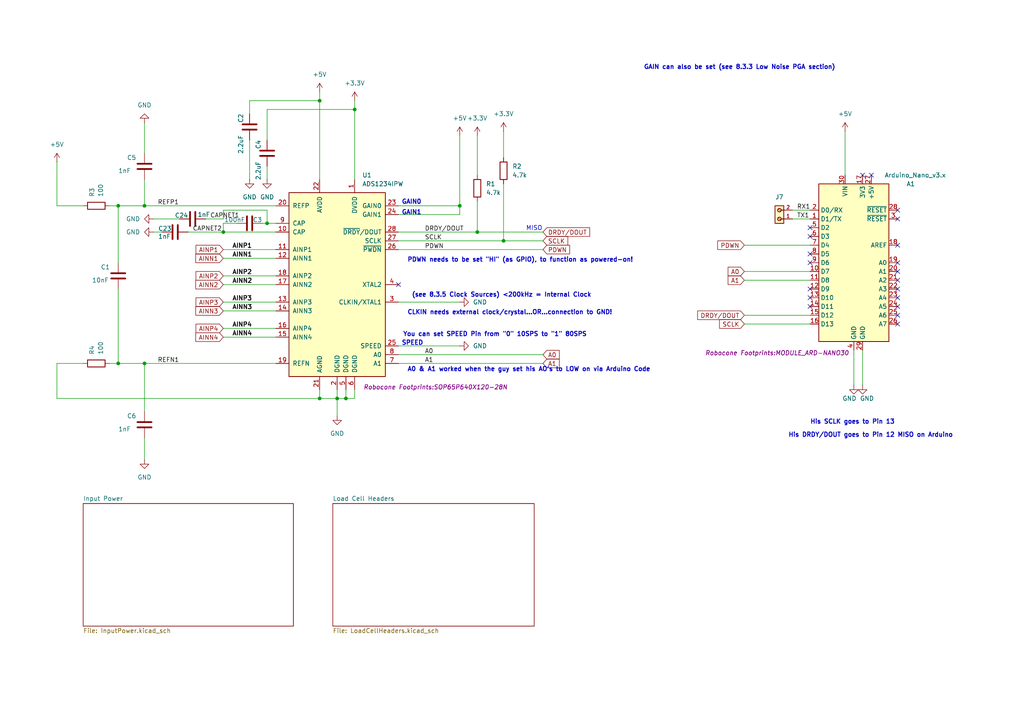
<source format=kicad_sch>
(kicad_sch (version 20231120) (generator "eeschema") (generator_version "8.0")
  (paper "A4")
  (lib_symbols
    (symbol "691210910002:691210910002" (pin_names (offset 1.016))
      (property "Reference" "J" (at -4.88 -0.922 0))
      (property "Value" "691210910002" (at -4.83 -2.58 0))
      (symbol "691210910002_0_0"
        (rectangle (start -3.81 -2.54) (end 1.27 0) (stroke (width 0.254)) (fill (type background)))
        (circle (center -2.54 -1.27) (radius 0.508) (stroke (width 0.254)))
        (circle (center 0 -1.27) (radius 0.508) (stroke (width 0.254)))
        (polyline (pts (xy -2.54 -1.778) (xy -2.54 -2.54)) (stroke (width 0.254)))
        (polyline (pts (xy -2.286 -1.016) (xy -2.794 -1.524)) (stroke (width 0.1524)))
        (polyline (pts (xy 0 -1.778) (xy 0 -2.54)) (stroke (width 0.254)))
        (polyline (pts (xy 0.254 -1.016) (xy -0.254 -1.524)) (stroke (width 0.1524)))
        (pin passive line (at -2.54 -5.08 90) (length 2.54) (name "~") (number "1"))
        (pin passive line (at 0 -5.08 90) (length 2.54) (name "~") (number "2"))
      )
    )
    (symbol "Analog_ADC:ADS1234IPW" (pin_names (offset 1.016))
      (property "Reference" "U" (at -11.43 25.4 0))
      (property "Value" "ADS1234IPW" (at 7.62 27.94 0))
      (symbol "ADS1234IPW_0_1"
        (rectangle (start -13.97 26.67) (end 13.97 -26.67) (stroke (width 0.254)) (fill (type background)))
      )
      (symbol "ADS1234IPW_1_1"
        (pin power_in line (at 5.08 30.48 270) (length 3.81) (name "DVDD") (number "1"))
        (pin passive line (at -17.78 15.24 0) (length 3.81) (name "CAP") (number "10"))
        (pin input line (at -17.78 10.16 0) (length 3.81) (name "AINP1") (number "11"))
        (pin input line (at -17.78 7.62 0) (length 3.81) (name "AINN1") (number "12"))
        (pin input line (at -17.78 -5.08 0) (length 3.81) (name "AINP3") (number "13"))
        (pin input line (at -17.78 -7.62 0) (length 3.81) (name "AINN3") (number "14"))
        (pin input line (at -17.78 -15.24 0) (length 3.81) (name "AINN4") (number "15"))
        (pin input line (at -17.78 -12.7 0) (length 3.81) (name "AINP4") (number "16"))
        (pin input line (at -17.78 0 0) (length 3.81) (name "AINN2") (number "17"))
        (pin input line (at -17.78 2.54 0) (length 3.81) (name "AINP2") (number "18"))
        (pin input line (at -17.78 -22.86 0) (length 3.81) (name "REFN") (number "19"))
        (pin power_in line (at 0 -30.48 90) (length 3.81) (name "DGND") (number "2"))
        (pin input line (at -17.78 22.86 0) (length 3.81) (name "REFP") (number "20"))
        (pin power_in line (at -5.08 -30.48 90) (length 3.81) (name "AGND") (number "21"))
        (pin power_in line (at -5.08 30.48 270) (length 3.81) (name "AVDD") (number "22"))
        (pin input line (at 17.78 22.86 180) (length 3.81) (name "GAIN0") (number "23"))
        (pin input line (at 17.78 20.32 180) (length 3.81) (name "GAIN1") (number "24"))
        (pin input line (at 17.78 -17.78 180) (length 3.81) (name "SPEED") (number "25"))
        (pin input line (at 17.78 10.16 180) (length 3.81) (name "~{PWDN}") (number "26"))
        (pin input line (at 17.78 12.7 180) (length 3.81) (name "SCLK") (number "27"))
        (pin output line (at 17.78 15.24 180) (length 3.81) (name "~{DRDY}/DOUT") (number "28"))
        (pin bidirectional line (at 17.78 -5.08 180) (length 3.81) (name "CLKIN/XTAL1") (number "3"))
        (pin bidirectional line (at 17.78 0 180) (length 3.81) (name "XTAL2") (number "4"))
        (pin power_in line (at 2.54 -30.48 90) (length 3.81) (name "DGND") (number "5"))
        (pin power_in line (at 5.08 -30.48 90) (length 3.81) (name "DGND") (number "6"))
        (pin input line (at 17.78 -22.86 180) (length 3.81) (name "A1") (number "7"))
        (pin input line (at 17.78 -20.32 180) (length 3.81) (name "A0") (number "8"))
        (pin passive line (at -17.78 17.78 0) (length 3.81) (name "CAP") (number "9"))
      )
    )
    (symbol "Device:C" (pin_numbers hide) (pin_names (offset 0.254))
      (property "Reference" "C" (at 0.635 2.54 0))
      (property "Value" "C" (at 0.635 -2.54 0))
      (symbol "C_0_1"
        (polyline (pts (xy -2.032 -0.762) (xy 2.032 -0.762)) (stroke (width 0.508)))
        (polyline (pts (xy -2.032 0.762) (xy 2.032 0.762)) (stroke (width 0.508)))
      )
      (symbol "C_1_1"
        (pin passive line (at 0 3.81 270) (length 2.794) (name "~") (number "1"))
        (pin passive line (at 0 -3.81 90) (length 2.794) (name "~") (number "2"))
      )
    )
    (symbol "Device:R" (pin_numbers hide) (pin_names (offset 0))
      (property "Reference" "R" (at 2.032 0 90))
      (property "Value" "R" (at 0 0 90))
      (symbol "R_0_1"
        (rectangle (start -1.016 -2.54) (end 1.016 2.54) (stroke (width 0.254)))
      )
      (symbol "R_1_1"
        (pin passive line (at 0 3.81 270) (length 1.27) (name "~") (number "1"))
        (pin passive line (at 0 -3.81 90) (length 1.27) (name "~") (number "2"))
      )
    )
    (symbol "MCU_Module:Arduino_Nano_v3.x"
      (property "Reference" "A" (at -10.16 23.495 0))
      (property "Value" "Arduino_Nano_v3.x" (at 5.08 -24.13 0))
      (symbol "Arduino_Nano_v3.x_0_1"
        (rectangle (start -10.16 22.86) (end 10.16 -22.86) (stroke (width 0.254)) (fill (type background)))
      )
      (symbol "Arduino_Nano_v3.x_1_1"
        (pin bidirectional line (at -12.7 12.7 0) (length 2.54) (name "D1/TX") (number "1"))
        (pin bidirectional line (at -12.7 -2.54 0) (length 2.54) (name "D7") (number "10"))
        (pin bidirectional line (at -12.7 -5.08 0) (length 2.54) (name "D8") (number "11"))
        (pin bidirectional line (at -12.7 -7.62 0) (length 2.54) (name "D9") (number "12"))
        (pin bidirectional line (at -12.7 -10.16 0) (length 2.54) (name "D10") (number "13"))
        (pin bidirectional line (at -12.7 -12.7 0) (length 2.54) (name "D11") (number "14"))
        (pin bidirectional line (at -12.7 -15.24 0) (length 2.54) (name "D12") (number "15"))
        (pin bidirectional line (at -12.7 -17.78 0) (length 2.54) (name "D13") (number "16"))
        (pin power_out line (at 2.54 25.4 270) (length 2.54) (name "3V3") (number "17"))
        (pin input line (at 12.7 5.08 180) (length 2.54) (name "AREF") (number "18"))
        (pin bidirectional line (at 12.7 0 180) (length 2.54) (name "A0") (number "19"))
        (pin bidirectional line (at -12.7 15.24 0) (length 2.54) (name "D0/RX") (number "2"))
        (pin bidirectional line (at 12.7 -2.54 180) (length 2.54) (name "A1") (number "20"))
        (pin bidirectional line (at 12.7 -5.08 180) (length 2.54) (name "A2") (number "21"))
        (pin bidirectional line (at 12.7 -7.62 180) (length 2.54) (name "A3") (number "22"))
        (pin bidirectional line (at 12.7 -10.16 180) (length 2.54) (name "A4") (number "23"))
        (pin bidirectional line (at 12.7 -12.7 180) (length 2.54) (name "A5") (number "24"))
        (pin bidirectional line (at 12.7 -15.24 180) (length 2.54) (name "A6") (number "25"))
        (pin bidirectional line (at 12.7 -17.78 180) (length 2.54) (name "A7") (number "26"))
        (pin power_out line (at 5.08 25.4 270) (length 2.54) (name "+5V") (number "27"))
        (pin input line (at 12.7 15.24 180) (length 2.54) (name "~{RESET}") (number "28"))
        (pin power_in line (at 2.54 -25.4 90) (length 2.54) (name "GND") (number "29"))
        (pin input line (at 12.7 12.7 180) (length 2.54) (name "~{RESET}") (number "3"))
        (pin power_in line (at -2.54 25.4 270) (length 2.54) (name "VIN") (number "30"))
        (pin power_in line (at 0 -25.4 90) (length 2.54) (name "GND") (number "4"))
        (pin bidirectional line (at -12.7 10.16 0) (length 2.54) (name "D2") (number "5"))
        (pin bidirectional line (at -12.7 7.62 0) (length 2.54) (name "D3") (number "6"))
        (pin bidirectional line (at -12.7 5.08 0) (length 2.54) (name "D4") (number "7"))
        (pin bidirectional line (at -12.7 2.54 0) (length 2.54) (name "D5") (number "8"))
        (pin bidirectional line (at -12.7 0 0) (length 2.54) (name "D6") (number "9"))
      )
    )
    (symbol "power:+3.3V" (power) (pin_numbers hide) (pin_names (offset 0) hide)
      (property "Value" "+3.3V" (at 0 3.556 0))
      (symbol "+3.3V_0_1"
        (polyline (pts (xy -0.762 1.27) (xy 0 2.54)))
        (polyline (pts (xy 0 0) (xy 0 2.54)))
        (polyline (pts (xy 0 2.54) (xy 0.762 1.27)))
      )
      (symbol "+3.3V_1_1"
        (pin power_in line (at 0 0 90) (length 0) (name "~") (number "1"))
      )
    )
    (symbol "power:+5V" (power) (pin_numbers hide) (pin_names (offset 0) hide)
      (property "Value" "+5V" (at 0 3.556 0))
      (symbol "+5V_0_1"
        (polyline (pts (xy -0.762 1.27) (xy 0 2.54)))
        (polyline (pts (xy 0 0) (xy 0 2.54)))
        (polyline (pts (xy 0 2.54) (xy 0.762 1.27)))
      )
      (symbol "+5V_1_1"
        (pin power_in line (at 0 0 90) (length 0) (name "~") (number "1"))
      )
    )
    (symbol "power:GND" (power) (pin_numbers hide) (pin_names (offset 0) hide)
      (property "Value" "GND" (at 0 -3.81 0))
      (symbol "GND_0_1"
        (polyline (pts (xy 0 0) (xy 0 -1.27) (xy 1.27 -1.27) (xy 0 -2.54) (xy -1.27 -1.27) (xy 0 -1.27)))
      )
      (symbol "GND_1_1"
        (pin power_in line (at 0 0 270) (length 0) (name "~") (number "1"))
      )
    )
  )
  (junction (at 41.91 105.41))
  (junction (at 138.43 67.31))
  (junction (at 133.35 59.69))
  (junction (at 64.77 67.31))
  (junction (at 92.71 29.21))
  (junction (at 77.47 64.77))
  (junction (at 97.79 115.57))
  (junction (at 41.91 59.69))
  (junction (at 34.29 59.69))
  (junction (at 100.33 115.57))
  (junction (at 146.05 69.85))
  (junction (at 34.29 105.41))
  (junction (at 102.87 31.75))
  (junction (at 92.71 115.57))
  (no_connect (at 250.19 50.8))
  (no_connect (at 234.95 73.66))
  (no_connect (at 260.35 63.5))
  (no_connect (at 260.35 71.12))
  (no_connect (at 260.35 93.98))
  (no_connect (at 234.95 88.9))
  (no_connect (at 234.95 76.2))
  (no_connect (at 260.35 81.28))
  (no_connect (at 260.35 91.44))
  (no_connect (at 234.95 66.04))
  (no_connect (at 260.35 78.74))
  (no_connect (at 260.35 83.82))
  (no_connect (at 260.35 88.9))
  (no_connect (at 234.95 83.82))
  (no_connect (at 234.95 86.36))
  (no_connect (at 252.73 50.8))
  (no_connect (at 260.35 86.36))
  (no_connect (at 234.95 68.58))
  (no_connect (at 115.57 82.55))
  (no_connect (at 260.35 60.96))
  (no_connect (at 260.35 76.2))
  (wire (pts (xy 64.77 90.17) (xy 80.01 90.17)))
  (wire (pts (xy 133.35 39.37) (xy 133.35 59.69)))
  (wire (pts (xy 16.51 115.57) (xy 92.71 115.57)))
  (wire (pts (xy 229.87 60.96) (xy 234.95 60.96)))
  (wire (pts (xy 41.91 59.69) (xy 80.01 59.69)))
  (wire (pts (xy 44.45 63.5) (xy 52.07 63.5)))
  (wire (pts (xy 102.87 31.75) (xy 102.87 52.07)))
  (wire (pts (xy 215.9 91.44) (xy 234.95 91.44)))
  (wire (pts (xy 16.51 59.69) (xy 24.13 59.69)))
  (wire (pts (xy 100.33 115.57) (xy 97.79 115.57)))
  (wire (pts (xy 64.77 95.25) (xy 80.01 95.25)))
  (wire (pts (xy 31.75 59.69) (xy 34.29 59.69)))
  (wire (pts (xy 115.57 67.31) (xy 138.43 67.31)))
  (wire (pts (xy 92.71 115.57) (xy 97.79 115.57)))
  (wire (pts (xy 59.69 63.5) (xy 64.77 63.5)))
  (wire (pts (xy 146.05 38.1) (xy 146.05 45.72)))
  (wire (pts (xy 215.9 78.74) (xy 234.95 78.74)))
  (wire (pts (xy 64.77 97.79) (xy 80.01 97.79)))
  (wire (pts (xy 64.77 82.55) (xy 80.01 82.55)))
  (wire (pts (xy 34.29 59.69) (xy 34.29 76.2)))
  (wire (pts (xy 34.29 59.69) (xy 41.91 59.69)))
  (wire (pts (xy 72.39 52.07) (xy 72.39 40.64)))
  (wire (pts (xy 41.91 127) (xy 41.91 133.35)))
  (wire (pts (xy 16.51 46.99) (xy 16.51 59.69)))
  (wire (pts (xy 76.2 64.77) (xy 77.47 64.77)))
  (wire (pts (xy 54.61 67.31) (xy 64.77 67.31)))
  (wire (pts (xy 64.77 64.77) (xy 68.58 64.77)))
  (wire (pts (xy 215.9 93.98) (xy 234.95 93.98)))
  (wire (pts (xy 102.87 29.21) (xy 102.87 31.75)))
  (wire (pts (xy 250.19 101.6) (xy 250.19 111.76)))
  (wire (pts (xy 229.87 63.5) (xy 234.95 63.5)))
  (wire (pts (xy 64.77 60.96) (xy 77.47 60.96)))
  (wire (pts (xy 138.43 67.31) (xy 157.48 67.31)))
  (wire (pts (xy 77.47 52.07) (xy 77.47 48.26)))
  (wire (pts (xy 64.77 80.01) (xy 80.01 80.01)))
  (wire (pts (xy 24.13 105.41) (xy 16.51 105.41)))
  (wire (pts (xy 64.77 72.39) (xy 80.01 72.39)))
  (wire (pts (xy 115.57 59.69) (xy 133.35 59.69)))
  (wire (pts (xy 34.29 83.82) (xy 34.29 105.41)))
  (wire (pts (xy 115.57 69.85) (xy 146.05 69.85)))
  (wire (pts (xy 146.05 69.85) (xy 157.48 69.85)))
  (wire (pts (xy 245.11 38.1) (xy 245.11 50.8)))
  (wire (pts (xy 115.57 62.23) (xy 133.35 62.23)))
  (wire (pts (xy 44.45 67.31) (xy 46.99 67.31)))
  (wire (pts (xy 77.47 60.96) (xy 77.47 64.77)))
  (wire (pts (xy 41.91 35.56) (xy 41.91 44.45)))
  (wire (pts (xy 92.71 113.03) (xy 92.71 115.57)))
  (wire (pts (xy 102.87 113.03) (xy 102.87 115.57)))
  (wire (pts (xy 77.47 64.77) (xy 80.01 64.77)))
  (wire (pts (xy 31.75 105.41) (xy 34.29 105.41)))
  (wire (pts (xy 100.33 113.03) (xy 100.33 115.57)))
  (wire (pts (xy 102.87 115.57) (xy 100.33 115.57)))
  (wire (pts (xy 41.91 52.07) (xy 41.91 59.69)))
  (wire (pts (xy 34.29 105.41) (xy 41.91 105.41)))
  (wire (pts (xy 215.9 81.28) (xy 234.95 81.28)))
  (wire (pts (xy 64.77 87.63) (xy 80.01 87.63)))
  (wire (pts (xy 92.71 26.67) (xy 92.71 29.21)))
  (wire (pts (xy 215.9 71.12) (xy 234.95 71.12)))
  (wire (pts (xy 138.43 39.37) (xy 138.43 50.8)))
  (wire (pts (xy 97.79 115.57) (xy 97.79 120.65)))
  (wire (pts (xy 146.05 53.34) (xy 146.05 69.85)))
  (wire (pts (xy 64.77 74.93) (xy 80.01 74.93)))
  (wire (pts (xy 133.35 59.69) (xy 133.35 62.23)))
  (wire (pts (xy 72.39 33.02) (xy 72.39 29.21)))
  (wire (pts (xy 115.57 105.41) (xy 157.48 105.41)))
  (wire (pts (xy 64.77 63.5) (xy 64.77 60.96)))
  (wire (pts (xy 77.47 40.64) (xy 77.47 31.75)))
  (wire (pts (xy 115.57 87.63) (xy 133.35 87.63)))
  (wire (pts (xy 115.57 100.33) (xy 133.35 100.33)))
  (wire (pts (xy 92.71 29.21) (xy 92.71 52.07)))
  (wire (pts (xy 64.77 67.31) (xy 64.77 64.77)))
  (wire (pts (xy 80.01 67.31) (xy 64.77 67.31)))
  (wire (pts (xy 247.65 101.6) (xy 247.65 111.76)))
  (wire (pts (xy 16.51 105.41) (xy 16.51 115.57)))
  (wire (pts (xy 41.91 105.41) (xy 80.01 105.41)))
  (wire (pts (xy 41.91 105.41) (xy 41.91 119.38)))
  (wire (pts (xy 72.39 29.21) (xy 92.71 29.21)))
  (wire (pts (xy 77.47 31.75) (xy 102.87 31.75)))
  (wire (pts (xy 115.57 72.39) (xy 157.48 72.39)))
  (wire (pts (xy 138.43 67.31) (xy 138.43 58.42)))
  (wire (pts (xy 115.57 102.87) (xy 157.48 102.87)))
  (wire (pts (xy 97.79 113.03) (xy 97.79 115.57)))
  (text "CLKIN needs external clock/crystal...OR...connection to GND!" (at 118.11 91.44 0) (effects (font (size 1.27 1.27) (bold yes)) (justify left bottom)))
  (text "GAIN0" (at 119.38 58.674 0) (effects (font (size 1.27 1.27) (thickness 0.254) (bold yes))))
  (text "GAIN can also be set (see 8.3.3 Low Noise PGA section)" (at 186.69 20.32 0) (effects (font (size 1.27 1.27) (bold yes)) (justify left bottom)))
  (text "His SCLK goes to Pin 13" (at 234.95 123.19 0) (effects (font (size 1.27 1.27) (bold yes)) (justify left bottom)))
  (text "GAIN1" (at 119.38 61.722 0) (effects (font (size 1.27 1.27) (thickness 0.254) (bold yes))))
  (text "His DRDY/DOUT goes to Pin 12 MISO on Arduino" (at 228.6 127 0) (effects (font (size 1.27 1.27) (bold yes)) (justify left bottom)))
  (text "PDWN needs to be set \"HI\" (as GPIO), to function as powered-on!" (at 118.11 76.2 0) (effects (font (size 1.27 1.27) (bold yes)) (justify left bottom)))
  (text "A0 & A1 worked when the guy set his AO's to LOW on via Arduino Code" (at 118.11 107.95 0) (effects (font (size 1.27 1.27) (thickness 0.254) (bold yes)) (justify left bottom)))
  (text "(see 8.3.5 Clock Sources) <200kHz = Internal Clock" (at 119.38 86.36 0) (effects (font (size 1.27 1.27) (bold yes)) (justify left bottom)))
  (text "You can set SPEED Pin from \"0\" 10SPS to \"1\" 80SPS" (at 116.84 97.79 0) (effects (font (size 1.27 1.27) (bold yes)) (justify left bottom)))
  (text "SPEED" (at 119.634 99.568 0) (effects (font (size 1.27 1.27) (thickness 0.254) (bold yes))))
  (text "MISO" (at 154.94 66.294 0) (effects (font (size 1.27 1.27))))
  (label "AINN3" (at 67.31 90.17 0) (effects (font (bold yes))))
  (label "CAPNET1" (at 60.96 63.5 0))
  (label "TX1" (at 231.14 63.5 0))
  (label "AINP1" (at 67.31 72.39 0) (effects (font (bold yes))))
  (label "AINN4" (at 67.31 97.79 0) (effects (font (bold yes))))
  (label "AINP4" (at 67.31 95.25 0) (effects (font (bold yes))))
  (label "REFN1" (at 45.72 105.41 0))
  (label "RX1" (at 231.14 60.96 0))
  (label "A1" (at 123.19 105.41 0))
  (label "AINP3" (at 67.31 87.63 0) (effects (font (bold yes))))
  (label "AINN1" (at 67.31 74.93 0) (effects (font (bold yes))))
  (label "DRDY{slash}DOUT" (at 123.19 67.31 0))
  (label "AINP2" (at 67.31 80.01 0) (effects (font (bold yes))))
  (label "PDWN" (at 123.19 72.39 0))
  (label "CAPNET2" (at 55.88 67.31 0))
  (label "REFP1" (at 45.72 59.69 0))
  (label "AINN2" (at 67.31 82.55 0) (effects (font (bold yes))))
  (label "A0" (at 123.19 102.87 0))
  (label "SCLK" (at 123.19 69.85 0))
  (global_label "A1" (shape input) (at 157.48 105.41 0) (property "Intersheetrefs" "${INTERSHEET_REFS}" (effects (hide yes))))
  (global_label "AINN4" (shape input) (at 64.77 97.79 180) (property "Intersheetrefs" "${INTERSHEET_REFS}" (effects (hide yes))))
  (global_label "DRDY{slash}DOUT" (shape input) (at 157.48 67.31 0) (property "Intersheetrefs" "${INTERSHEET_REFS}" (effects (hide yes))))
  (global_label "AINP1" (shape input) (at 64.77 72.39 180) (property "Intersheetrefs" "${INTERSHEET_REFS}" (effects (hide yes))))
  (global_label "AINP4" (shape input) (at 64.77 95.25 180) (property "Intersheetrefs" "${INTERSHEET_REFS}" (effects (hide yes))))
  (global_label "AINP3" (shape input) (at 64.77 87.63 180) (property "Intersheetrefs" "${INTERSHEET_REFS}" (effects (hide yes))))
  (global_label "A1" (shape input) (at 215.9 81.28 180) (property "Intersheetrefs" "${INTERSHEET_REFS}" (effects (hide yes))))
  (global_label "AINN3" (shape input) (at 64.77 90.17 180) (property "Intersheetrefs" "${INTERSHEET_REFS}" (effects (hide yes))))
  (global_label "SCLK" (shape input) (at 215.9 93.98 180) (property "Intersheetrefs" "${INTERSHEET_REFS}" (effects (hide yes))))
  (global_label "A0" (shape input) (at 215.9 78.74 180) (property "Intersheetrefs" "${INTERSHEET_REFS}" (effects (hide yes))))
  (global_label "AINN2" (shape input) (at 64.77 82.55 180) (property "Intersheetrefs" "${INTERSHEET_REFS}" (effects (hide yes))))
  (global_label "AINP2" (shape input) (at 64.77 80.01 180) (property "Intersheetrefs" "${INTERSHEET_REFS}" (effects (hide yes))))
  (global_label "A0" (shape input) (at 157.48 102.87 0) (property "Intersheetrefs" "${INTERSHEET_REFS}" (effects (hide yes))))
  (global_label "PDWN" (shape input) (at 215.9 71.12 180) (property "Intersheetrefs" "${INTERSHEET_REFS}" (effects (hide yes))))
  (global_label "PDWN" (shape input) (at 157.48 72.39 0) (property "Intersheetrefs" "${INTERSHEET_REFS}" (effects (hide yes))))
  (global_label "DRDY{slash}DOUT" (shape input) (at 215.9 91.44 180) (property "Intersheetrefs" "${INTERSHEET_REFS}" (effects (hide yes))))
  (global_label "AINN1" (shape input) (at 64.77 74.93 180) (property "Intersheetrefs" "${INTERSHEET_REFS}" (effects (hide yes))))
  (global_label "SCLK" (shape input) (at 157.48 69.85 0) (property "Intersheetrefs" "${INTERSHEET_REFS}" (effects (hide yes))))
  (symbol (lib_id "power:+3.3V") (at 138.43 39.37 0) (unit 1)
    (property "Reference" "#PWR021" (effects (hide yes)))
    (property "Value" "+3.3V" (at 138.43 34.29 0))
    (property "Description" "Power symbol creates a global label with name \"+3.3V\"" (effects (hide yes)))
  )
  (symbol (lib_id "Analog_ADC:ADS1234IPW") (at 97.79 82.55 0) (unit 1)
    (property "Reference" "U1" (at 105.0641 50.8 0) (effects (justify left)))
    (property "Value" "ADS1234IPW" (at 105.0641 53.34 0) (effects (justify left)))
    (property "Footprint" "Robocone Footprints:SOP65P640X120-28N" (at 126.238 112.268 0) (effects (font (italic yes))))
    (property "Datasheet" "http://www.ti.com/lit/ds/symlink/ads1232.pdf" (effects (hide yes)))
  )
  (symbol (lib_id "power:+5V") (at 245.11 38.1 0) (unit 1)
    (property "Reference" "#PWR040" (effects (hide yes)))
    (property "Value" "+5V" (at 245.11 33.02 0))
    (property "Description" "Power symbol creates a global label with name \"+5V\"" (effects (hide yes)))
  )
  (symbol (lib_id "Device:R") (at 27.94 105.41 90) (unit 1)
    (property "Reference" "R4" (at 26.67 102.87 0) (effects (justify left)))
    (property "Value" "100" (at 29.21 102.87 0) (effects (justify left)))
    (property "Footprint" "Resistor_SMD:R_0805_2012Metric_Pad1.20x1.40mm_HandSolder" (effects (hide yes)))
  )
  (symbol (lib_id "Device:C") (at 41.91 123.19 0) (unit 1)
    (property "Reference" "C6" (at 36.83 120.65 0) (effects (justify left)))
    (property "Value" "1nF" (at 34.29 124.46 0) (effects (justify left)))
    (property "Footprint" "Capacitor_SMD:C_0805_2012Metric_Pad1.18x1.45mm_HandSolder" (effects (hide yes)))
  )
  (symbol (lib_id "power:+5V") (at 133.35 39.37 0) (unit 1)
    (property "Reference" "#PWR023" (effects (hide yes)))
    (property "Value" "+5V" (at 133.35 34.29 0))
    (property "Description" "Power symbol creates a global label with name \"+5V\"" (effects (hide yes)))
  )
  (symbol (lib_id "power:+5V") (at 16.51 46.99 0) (unit 1)
    (property "Reference" "#PWR012" (effects (hide yes)))
    (property "Value" "+5V" (at 16.51 41.91 0))
    (property "Description" "Power symbol creates a global label with name \"+5V\"" (effects (hide yes)))
  )
  (symbol (lib_id "power:GND") (at 44.45 63.5 270) (unit 1)
    (property "Reference" "#PWR042" (effects (hide yes)))
    (property "Value" "GND" (at 40.64 63.4999 90) (effects (justify right)))
    (property "Description" "Power symbol creates a global label with name \"GND\" , ground" (effects (hide yes)))
  )
  (symbol (lib_id "Device:C") (at 50.8 67.31 90) (unit 1)
    (property "Reference" "C23" (at 49.784 66.294 90) (effects (justify left)))
    (property "Value" "1nF" (at 49.53 68.58 90) (effects (justify left)))
    (property "Footprint" "Capacitor_SMD:C_0805_2012Metric_Pad1.18x1.45mm_HandSolder" (effects (hide yes)))
  )
  (symbol (lib_id "Device:R") (at 138.43 54.61 0) (unit 1)
    (property "Reference" "R1" (at 140.97 53.34 0) (effects (justify left)))
    (property "Value" "4.7k" (at 140.97 55.88 0) (effects (justify left)))
    (property "Footprint" "Resistor_SMD:R_0805_2012Metric_Pad1.20x1.40mm_HandSolder" (effects (hide yes)))
  )
  (symbol (lib_id "Device:C") (at 41.91 48.26 0) (unit 1)
    (property "Reference" "C5" (at 36.83 45.72 0) (effects (justify left)))
    (property "Value" "1nF" (at 34.29 49.53 0) (effects (justify left)))
    (property "Footprint" "Capacitor_SMD:C_0805_2012Metric_Pad1.18x1.45mm_HandSolder" (effects (hide yes)))
  )
  (symbol (lib_id "Device:C") (at 55.88 63.5 90) (unit 1)
    (property "Reference" "C24" (at 54.61 62.484 90) (effects (justify left)))
    (property "Value" "1nF" (at 60.96 62.23 90) (effects (justify left)))
    (property "Footprint" "Capacitor_SMD:C_0805_2012Metric_Pad1.18x1.45mm_HandSolder" (effects (hide yes)))
  )
  (symbol (lib_id "power:GND") (at 44.45 67.31 270) (unit 1)
    (property "Reference" "#PWR043" (effects (hide yes)))
    (property "Value" "GND" (at 40.64 67.3099 90) (effects (justify right)))
    (property "Description" "Power symbol creates a global label with name \"GND\" , ground" (effects (hide yes)))
  )
  (symbol (lib_id "power:GND") (at 72.39 52.07 0) (unit 1)
    (property "Reference" "#PWR013" (effects (hide yes)))
    (property "Value" "GND" (at 72.39 57.15 0))
    (property "Description" "Power symbol creates a global label with name \"GND\" , ground" (effects (hide yes)))
  )
  (symbol (lib_id "691210910002:691210910002") (at 224.79 60.96 90) (unit 1)
    (property "Reference" "J7" (at 226.06 57.15 90))
    (property "Value" "691210910002" (effects (hide yes)))
    (property "Footprint" "Robocone Footprints:691210910002" (effects (hide yes)))
    (property "Check_prices" "https://www.snapeda.com/parts/691210910002/W%25C3%25BCrth+Elektronik+Midcom/view-part/?ref=eda" (effects (hide yes)))
    (property "WIRE" "30 to 18 (AWG) 0.0509 to 0.823 (mm²)" (effects (hide yes)))
    (property "Description_1" "\n                        \n                            2 Position Wire to Board Terminal Block Horizontal with Board 0.100 (2.54mm) Through Hole\n                        \n" (effects (hide yes)))
    (property "Package" "None" (effects (hide yes)))
    (property "MOUNT" "THT" (effects (hide yes)))
    (property "IR-UL" "6A" (effects (hide yes)))
    (property "Availability" "In Stock" (effects (hide yes)))
    (property "WORKING-VOLTAGE-UL" "150V (AC)" (effects (hide yes)))
    (property "PART-NUMBER" "691210910002" (effects (hide yes)))
    (property "MF" "Würth Elektronik" (effects (hide yes)))
    (property "DATASHEET-URL" "https://www.we-online.com/redexpert/spec/691210910002?ae" (effects (hide yes)))
    (property "MP" "691210910002" (effects (hide yes)))
    (property "PITCH" "2.54mm" (effects (hide yes)))
    (property "PINS" "2" (effects (hide yes)))
    (property "TYPE" "Horizontal" (effects (hide yes)))
    (property "Price" "None" (effects (hide yes)))
    (property "SnapEDA_Link" "https://www.snapeda.com/parts/691210910002/W%25C3%25BCrth+Elektronik+Midcom/view-part/?ref=snap" (effects (hide yes)))
  )
  (symbol (lib_id "power:GND") (at 250.19 111.76 0) (unit 1)
    (property "Reference" "#PWR039" (effects (hide yes)))
    (property "Value" "GND" (at 251.46 115.57 0))
    (property "Description" "Power symbol creates a global label with name \"GND\" , ground" (effects (hide yes)))
  )
  (symbol (lib_id "Device:R") (at 146.05 49.53 0) (unit 1)
    (property "Reference" "R2" (at 148.59 48.26 0) (effects (justify left)))
    (property "Value" "4.7k" (at 148.59 50.8 0) (effects (justify left)))
    (property "Footprint" "Resistor_SMD:R_0805_2012Metric_Pad1.20x1.40mm_HandSolder" (effects (hide yes)))
  )
  (symbol (lib_id "power:GND") (at 133.35 100.33 90) (unit 1)
    (property "Reference" "#PWR022" (effects (hide yes)))
    (property "Value" "GND" (at 137.16 100.33 90) (effects (justify right)))
    (property "Description" "Power symbol creates a global label with name \"GND\" , ground" (effects (hide yes)))
  )
  (symbol (lib_id "power:GND") (at 41.91 35.56 180) (unit 1)
    (property "Reference" "#PWR05" (effects (hide yes)))
    (property "Value" "GND" (at 41.91 30.48 0))
    (property "Description" "Power symbol creates a global label with name \"GND\" , ground" (effects (hide yes)))
  )
  (symbol (lib_id "power:GND") (at 133.35 87.63 90) (unit 1)
    (property "Reference" "#PWR019" (effects (hide yes)))
    (property "Value" "GND" (at 137.16 87.63 90) (effects (justify right)))
    (property "Description" "Power symbol creates a global label with name \"GND\" , ground" (effects (hide yes)))
  )
  (symbol (lib_id "Device:C") (at 77.47 44.45 180) (unit 1)
    (property "Reference" "C4" (at 74.93 41.91 90))
    (property "Value" "2.2uF" (at 74.93 49.53 90))
    (property "Footprint" "Capacitor_SMD:C_0805_2012Metric_Pad1.18x1.45mm_HandSolder" (effects (hide yes)))
  )
  (symbol (lib_id "power:+3.3V") (at 146.05 38.1 0) (unit 1)
    (property "Reference" "#PWR020" (effects (hide yes)))
    (property "Value" "+3.3V" (at 146.05 33.02 0))
    (property "Description" "Power symbol creates a global label with name \"+3.3V\"" (effects (hide yes)))
  )
  (symbol (lib_id "power:+3.3V") (at 102.87 29.21 0) (unit 1)
    (property "Reference" "#PWR015" (effects (hide yes)))
    (property "Value" "+3.3V" (at 102.87 24.13 0))
    (property "Description" "Power symbol creates a global label with name \"+3.3V\"" (effects (hide yes)))
  )
  (symbol (lib_id "power:+5V") (at 92.71 26.67 0) (unit 1)
    (property "Reference" "#PWR016" (effects (hide yes)))
    (property "Value" "+5V" (at 92.71 21.59 0))
    (property "Description" "Power symbol creates a global label with name \"+5V\"" (effects (hide yes)))
  )
  (symbol (lib_id "power:GND") (at 97.79 120.65 0) (unit 1)
    (property "Reference" "#PWR011" (effects (hide yes)))
    (property "Value" "GND" (at 97.79 125.73 0))
    (property "Description" "Power symbol creates a global label with name \"GND\" , ground" (effects (hide yes)))
  )
  (symbol (lib_id "Device:C") (at 72.39 36.83 180) (unit 1)
    (property "Reference" "C2" (at 69.85 34.29 90))
    (property "Value" "2.2uF" (at 69.85 41.91 90))
    (property "Footprint" "Capacitor_SMD:C_0805_2012Metric_Pad1.18x1.45mm_HandSolder" (effects (hide yes)))
  )
  (symbol (lib_id "Device:C") (at 72.39 64.77 90) (unit 1)
    (property "Reference" "C3" (at 74.676 63.754 90))
    (property "Value" "100nF" (at 68.072 63.754 90))
    (property "Footprint" "Capacitor_SMD:C_0805_2012Metric_Pad1.18x1.45mm_HandSolder" (effects (hide yes)))
  )
  (symbol (lib_id "power:GND") (at 41.91 133.35 0) (unit 1)
    (property "Reference" "#PWR06" (effects (hide yes)))
    (property "Value" "GND" (at 41.91 138.43 0))
    (property "Description" "Power symbol creates a global label with name \"GND\" , ground" (effects (hide yes)))
  )
  (symbol (lib_id "Device:R") (at 27.94 59.69 90) (unit 1)
    (property "Reference" "R3" (at 26.67 57.15 0) (effects (justify left)))
    (property "Value" "100" (at 29.21 57.15 0) (effects (justify left)))
    (property "Footprint" "Resistor_SMD:R_0805_2012Metric_Pad1.20x1.40mm_HandSolder" (effects (hide yes)))
  )
  (symbol (lib_id "Device:C") (at 34.29 80.01 0) (unit 1)
    (property "Reference" "C1" (at 29.21 77.47 0) (effects (justify left)))
    (property "Value" "10nF" (at 26.67 81.28 0) (effects (justify left)))
    (property "Footprint" "Capacitor_SMD:C_0805_2012Metric_Pad1.18x1.45mm_HandSolder" (effects (hide yes)))
  )
  (symbol (lib_id "MCU_Module:Arduino_Nano_v3.x") (at 247.65 76.2 0) (unit 1)
    (property "Reference" "A1" (at 262.89 53.34 0) (effects (justify left)))
    (property "Value" "Arduino_Nano_v3.x" (at 256.54 50.8 0) (effects (justify left)))
    (property "Footprint" "Robocone Footprints:MODULE_ARD-NANO30" (at 225.298 102.362 0) (effects (font (italic yes))))
    (property "Datasheet" "http://www.mouser.com/pdfdocs/Gravitech_Arduino_Nano3_0.pdf" (effects (hide yes)))
  )
  (symbol (lib_id "power:GND") (at 247.65 111.76 0) (unit 1)
    (property "Reference" "#PWR038" (effects (hide yes)))
    (property "Value" "GND" (at 246.38 115.57 0))
    (property "Description" "Power symbol creates a global label with name \"GND\" , ground" (effects (hide yes)))
  )
  (symbol (lib_id "power:GND") (at 77.47 52.07 0) (unit 1)
    (property "Reference" "#PWR014" (effects (hide yes)))
    (property "Value" "GND" (at 77.47 57.15 0))
    (property "Description" "Power symbol creates a global label with name \"GND\" , ground" (effects (hide yes)))
  )
  (sheet (at 96.52 146.05) (size 58.42 35.56) (stroke (width 0.1524))
    (property "Sheetname" "Load Cell Headers" (at 96.52 145.3384 0) (effects (justify left bottom)))
    (property "Sheetfile" "LoadCellHeaders.kicad_sch" (at 96.52 182.1946 0) (effects (justify left top)))
  )
  (sheet (at 24.13 146.05) (size 60.96 35.56) (stroke (width 0.1524))
    (property "Sheetname" "Input Power" (at 24.13 145.3384 0) (effects (justify left bottom)))
    (property "Sheetfile" "InputPower.kicad_sch" (at 24.13 182.1946 0) (effects (justify left top)))
  )
)
</source>
